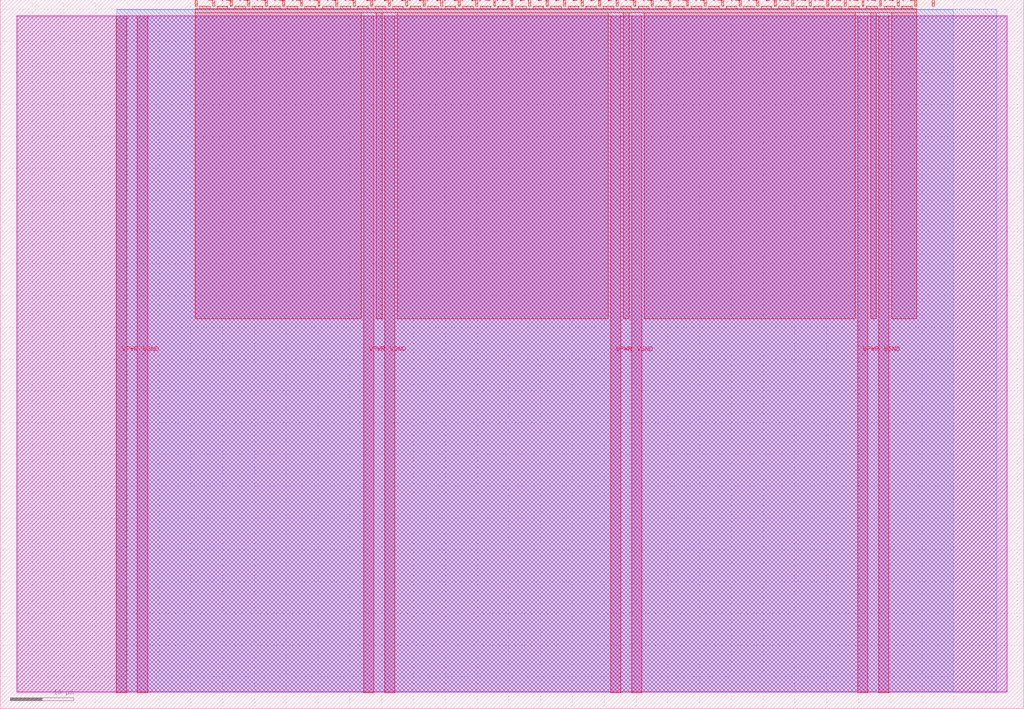
<source format=lef>
VERSION 5.7 ;
  NOWIREEXTENSIONATPIN ON ;
  DIVIDERCHAR "/" ;
  BUSBITCHARS "[]" ;
MACRO tt_um_DaDDS
  CLASS BLOCK ;
  FOREIGN tt_um_DaDDS ;
  ORIGIN 0.000 0.000 ;
  SIZE 161.000 BY 111.520 ;
  PIN VGND
    DIRECTION INOUT ;
    USE GROUND ;
    PORT
      LAYER met4 ;
        RECT 21.580 2.480 23.180 109.040 ;
    END
    PORT
      LAYER met4 ;
        RECT 60.450 2.480 62.050 109.040 ;
    END
    PORT
      LAYER met4 ;
        RECT 99.320 2.480 100.920 109.040 ;
    END
    PORT
      LAYER met4 ;
        RECT 138.190 2.480 139.790 109.040 ;
    END
  END VGND
  PIN VPWR
    DIRECTION INOUT ;
    USE POWER ;
    PORT
      LAYER met4 ;
        RECT 18.280 2.480 19.880 109.040 ;
    END
    PORT
      LAYER met4 ;
        RECT 57.150 2.480 58.750 109.040 ;
    END
    PORT
      LAYER met4 ;
        RECT 96.020 2.480 97.620 109.040 ;
    END
    PORT
      LAYER met4 ;
        RECT 134.890 2.480 136.490 109.040 ;
    END
  END VPWR
  PIN clk
    DIRECTION INPUT ;
    USE SIGNAL ;
    ANTENNAGATEAREA 0.852000 ;
    PORT
      LAYER met4 ;
        RECT 143.830 110.520 144.130 111.520 ;
    END
  END clk
  PIN ena
    DIRECTION INPUT ;
    USE SIGNAL ;
    PORT
      LAYER met4 ;
        RECT 146.590 110.520 146.890 111.520 ;
    END
  END ena
  PIN rst_n
    DIRECTION INPUT ;
    USE SIGNAL ;
    ANTENNAGATEAREA 0.196500 ;
    PORT
      LAYER met4 ;
        RECT 141.070 110.520 141.370 111.520 ;
    END
  END rst_n
  PIN ui_in[0]
    DIRECTION INPUT ;
    USE SIGNAL ;
    PORT
      LAYER met4 ;
        RECT 138.310 110.520 138.610 111.520 ;
    END
  END ui_in[0]
  PIN ui_in[1]
    DIRECTION INPUT ;
    USE SIGNAL ;
    PORT
      LAYER met4 ;
        RECT 135.550 110.520 135.850 111.520 ;
    END
  END ui_in[1]
  PIN ui_in[2]
    DIRECTION INPUT ;
    USE SIGNAL ;
    PORT
      LAYER met4 ;
        RECT 132.790 110.520 133.090 111.520 ;
    END
  END ui_in[2]
  PIN ui_in[3]
    DIRECTION INPUT ;
    USE SIGNAL ;
    ANTENNAGATEAREA 0.196500 ;
    PORT
      LAYER met4 ;
        RECT 130.030 110.520 130.330 111.520 ;
    END
  END ui_in[3]
  PIN ui_in[4]
    DIRECTION INPUT ;
    USE SIGNAL ;
    ANTENNAGATEAREA 0.196500 ;
    PORT
      LAYER met4 ;
        RECT 127.270 110.520 127.570 111.520 ;
    END
  END ui_in[4]
  PIN ui_in[5]
    DIRECTION INPUT ;
    USE SIGNAL ;
    ANTENNAGATEAREA 0.196500 ;
    PORT
      LAYER met4 ;
        RECT 124.510 110.520 124.810 111.520 ;
    END
  END ui_in[5]
  PIN ui_in[6]
    DIRECTION INPUT ;
    USE SIGNAL ;
    PORT
      LAYER met4 ;
        RECT 121.750 110.520 122.050 111.520 ;
    END
  END ui_in[6]
  PIN ui_in[7]
    DIRECTION INPUT ;
    USE SIGNAL ;
    PORT
      LAYER met4 ;
        RECT 118.990 110.520 119.290 111.520 ;
    END
  END ui_in[7]
  PIN uio_in[0]
    DIRECTION INPUT ;
    USE SIGNAL ;
    PORT
      LAYER met4 ;
        RECT 116.230 110.520 116.530 111.520 ;
    END
  END uio_in[0]
  PIN uio_in[1]
    DIRECTION INPUT ;
    USE SIGNAL ;
    PORT
      LAYER met4 ;
        RECT 113.470 110.520 113.770 111.520 ;
    END
  END uio_in[1]
  PIN uio_in[2]
    DIRECTION INPUT ;
    USE SIGNAL ;
    PORT
      LAYER met4 ;
        RECT 110.710 110.520 111.010 111.520 ;
    END
  END uio_in[2]
  PIN uio_in[3]
    DIRECTION INPUT ;
    USE SIGNAL ;
    PORT
      LAYER met4 ;
        RECT 107.950 110.520 108.250 111.520 ;
    END
  END uio_in[3]
  PIN uio_in[4]
    DIRECTION INPUT ;
    USE SIGNAL ;
    PORT
      LAYER met4 ;
        RECT 105.190 110.520 105.490 111.520 ;
    END
  END uio_in[4]
  PIN uio_in[5]
    DIRECTION INPUT ;
    USE SIGNAL ;
    PORT
      LAYER met4 ;
        RECT 102.430 110.520 102.730 111.520 ;
    END
  END uio_in[5]
  PIN uio_in[6]
    DIRECTION INPUT ;
    USE SIGNAL ;
    PORT
      LAYER met4 ;
        RECT 99.670 110.520 99.970 111.520 ;
    END
  END uio_in[6]
  PIN uio_in[7]
    DIRECTION INPUT ;
    USE SIGNAL ;
    PORT
      LAYER met4 ;
        RECT 96.910 110.520 97.210 111.520 ;
    END
  END uio_in[7]
  PIN uio_oe[0]
    DIRECTION OUTPUT ;
    USE SIGNAL ;
    PORT
      LAYER met4 ;
        RECT 49.990 110.520 50.290 111.520 ;
    END
  END uio_oe[0]
  PIN uio_oe[1]
    DIRECTION OUTPUT ;
    USE SIGNAL ;
    PORT
      LAYER met4 ;
        RECT 47.230 110.520 47.530 111.520 ;
    END
  END uio_oe[1]
  PIN uio_oe[2]
    DIRECTION OUTPUT ;
    USE SIGNAL ;
    PORT
      LAYER met4 ;
        RECT 44.470 110.520 44.770 111.520 ;
    END
  END uio_oe[2]
  PIN uio_oe[3]
    DIRECTION OUTPUT ;
    USE SIGNAL ;
    PORT
      LAYER met4 ;
        RECT 41.710 110.520 42.010 111.520 ;
    END
  END uio_oe[3]
  PIN uio_oe[4]
    DIRECTION OUTPUT ;
    USE SIGNAL ;
    PORT
      LAYER met4 ;
        RECT 38.950 110.520 39.250 111.520 ;
    END
  END uio_oe[4]
  PIN uio_oe[5]
    DIRECTION OUTPUT ;
    USE SIGNAL ;
    PORT
      LAYER met4 ;
        RECT 36.190 110.520 36.490 111.520 ;
    END
  END uio_oe[5]
  PIN uio_oe[6]
    DIRECTION OUTPUT ;
    USE SIGNAL ;
    PORT
      LAYER met4 ;
        RECT 33.430 110.520 33.730 111.520 ;
    END
  END uio_oe[6]
  PIN uio_oe[7]
    DIRECTION OUTPUT ;
    USE SIGNAL ;
    PORT
      LAYER met4 ;
        RECT 30.670 110.520 30.970 111.520 ;
    END
  END uio_oe[7]
  PIN uio_out[0]
    DIRECTION OUTPUT ;
    USE SIGNAL ;
    PORT
      LAYER met4 ;
        RECT 72.070 110.520 72.370 111.520 ;
    END
  END uio_out[0]
  PIN uio_out[1]
    DIRECTION OUTPUT ;
    USE SIGNAL ;
    PORT
      LAYER met4 ;
        RECT 69.310 110.520 69.610 111.520 ;
    END
  END uio_out[1]
  PIN uio_out[2]
    DIRECTION OUTPUT ;
    USE SIGNAL ;
    PORT
      LAYER met4 ;
        RECT 66.550 110.520 66.850 111.520 ;
    END
  END uio_out[2]
  PIN uio_out[3]
    DIRECTION OUTPUT ;
    USE SIGNAL ;
    PORT
      LAYER met4 ;
        RECT 63.790 110.520 64.090 111.520 ;
    END
  END uio_out[3]
  PIN uio_out[4]
    DIRECTION OUTPUT ;
    USE SIGNAL ;
    PORT
      LAYER met4 ;
        RECT 61.030 110.520 61.330 111.520 ;
    END
  END uio_out[4]
  PIN uio_out[5]
    DIRECTION OUTPUT ;
    USE SIGNAL ;
    PORT
      LAYER met4 ;
        RECT 58.270 110.520 58.570 111.520 ;
    END
  END uio_out[5]
  PIN uio_out[6]
    DIRECTION OUTPUT ;
    USE SIGNAL ;
    PORT
      LAYER met4 ;
        RECT 55.510 110.520 55.810 111.520 ;
    END
  END uio_out[6]
  PIN uio_out[7]
    DIRECTION OUTPUT ;
    USE SIGNAL ;
    PORT
      LAYER met4 ;
        RECT 52.750 110.520 53.050 111.520 ;
    END
  END uio_out[7]
  PIN uo_out[0]
    DIRECTION OUTPUT ;
    USE SIGNAL ;
    ANTENNADIFFAREA 0.643500 ;
    PORT
      LAYER met4 ;
        RECT 94.150 110.520 94.450 111.520 ;
    END
  END uo_out[0]
  PIN uo_out[1]
    DIRECTION OUTPUT ;
    USE SIGNAL ;
    ANTENNADIFFAREA 0.643500 ;
    PORT
      LAYER met4 ;
        RECT 91.390 110.520 91.690 111.520 ;
    END
  END uo_out[1]
  PIN uo_out[2]
    DIRECTION OUTPUT ;
    USE SIGNAL ;
    ANTENNADIFFAREA 1.288000 ;
    PORT
      LAYER met4 ;
        RECT 88.630 110.520 88.930 111.520 ;
    END
  END uo_out[2]
  PIN uo_out[3]
    DIRECTION OUTPUT ;
    USE SIGNAL ;
    ANTENNADIFFAREA 1.288000 ;
    PORT
      LAYER met4 ;
        RECT 85.870 110.520 86.170 111.520 ;
    END
  END uo_out[3]
  PIN uo_out[4]
    DIRECTION OUTPUT ;
    USE SIGNAL ;
    ANTENNADIFFAREA 0.462000 ;
    PORT
      LAYER met4 ;
        RECT 83.110 110.520 83.410 111.520 ;
    END
  END uo_out[4]
  PIN uo_out[5]
    DIRECTION OUTPUT ;
    USE SIGNAL ;
    ANTENNADIFFAREA 0.891000 ;
    PORT
      LAYER met4 ;
        RECT 80.350 110.520 80.650 111.520 ;
    END
  END uo_out[5]
  PIN uo_out[6]
    DIRECTION OUTPUT ;
    USE SIGNAL ;
    ANTENNADIFFAREA 0.643500 ;
    PORT
      LAYER met4 ;
        RECT 77.590 110.520 77.890 111.520 ;
    END
  END uo_out[6]
  PIN uo_out[7]
    DIRECTION OUTPUT ;
    USE SIGNAL ;
    ANTENNADIFFAREA 1.431000 ;
    PORT
      LAYER met4 ;
        RECT 74.830 110.520 75.130 111.520 ;
    END
  END uo_out[7]
  OBS
      LAYER nwell ;
        RECT 2.570 2.635 158.430 108.990 ;
      LAYER li1 ;
        RECT 2.760 2.635 158.240 108.885 ;
      LAYER met1 ;
        RECT 2.760 2.480 158.240 109.040 ;
      LAYER met2 ;
        RECT 18.310 2.535 156.760 110.005 ;
      LAYER met3 ;
        RECT 18.290 2.555 149.895 109.985 ;
      LAYER met4 ;
        RECT 31.370 110.120 33.030 110.520 ;
        RECT 34.130 110.120 35.790 110.520 ;
        RECT 36.890 110.120 38.550 110.520 ;
        RECT 39.650 110.120 41.310 110.520 ;
        RECT 42.410 110.120 44.070 110.520 ;
        RECT 45.170 110.120 46.830 110.520 ;
        RECT 47.930 110.120 49.590 110.520 ;
        RECT 50.690 110.120 52.350 110.520 ;
        RECT 53.450 110.120 55.110 110.520 ;
        RECT 56.210 110.120 57.870 110.520 ;
        RECT 58.970 110.120 60.630 110.520 ;
        RECT 61.730 110.120 63.390 110.520 ;
        RECT 64.490 110.120 66.150 110.520 ;
        RECT 67.250 110.120 68.910 110.520 ;
        RECT 70.010 110.120 71.670 110.520 ;
        RECT 72.770 110.120 74.430 110.520 ;
        RECT 75.530 110.120 77.190 110.520 ;
        RECT 78.290 110.120 79.950 110.520 ;
        RECT 81.050 110.120 82.710 110.520 ;
        RECT 83.810 110.120 85.470 110.520 ;
        RECT 86.570 110.120 88.230 110.520 ;
        RECT 89.330 110.120 90.990 110.520 ;
        RECT 92.090 110.120 93.750 110.520 ;
        RECT 94.850 110.120 96.510 110.520 ;
        RECT 97.610 110.120 99.270 110.520 ;
        RECT 100.370 110.120 102.030 110.520 ;
        RECT 103.130 110.120 104.790 110.520 ;
        RECT 105.890 110.120 107.550 110.520 ;
        RECT 108.650 110.120 110.310 110.520 ;
        RECT 111.410 110.120 113.070 110.520 ;
        RECT 114.170 110.120 115.830 110.520 ;
        RECT 116.930 110.120 118.590 110.520 ;
        RECT 119.690 110.120 121.350 110.520 ;
        RECT 122.450 110.120 124.110 110.520 ;
        RECT 125.210 110.120 126.870 110.520 ;
        RECT 127.970 110.120 129.630 110.520 ;
        RECT 130.730 110.120 132.390 110.520 ;
        RECT 133.490 110.120 135.150 110.520 ;
        RECT 136.250 110.120 137.910 110.520 ;
        RECT 139.010 110.120 140.670 110.520 ;
        RECT 141.770 110.120 143.430 110.520 ;
        RECT 30.655 109.440 144.145 110.120 ;
        RECT 30.655 61.375 56.750 109.440 ;
        RECT 59.150 61.375 60.050 109.440 ;
        RECT 62.450 61.375 95.620 109.440 ;
        RECT 98.020 61.375 98.920 109.440 ;
        RECT 101.320 61.375 134.490 109.440 ;
        RECT 136.890 61.375 137.790 109.440 ;
        RECT 140.190 61.375 144.145 109.440 ;
  END
END tt_um_DaDDS
END LIBRARY


</source>
